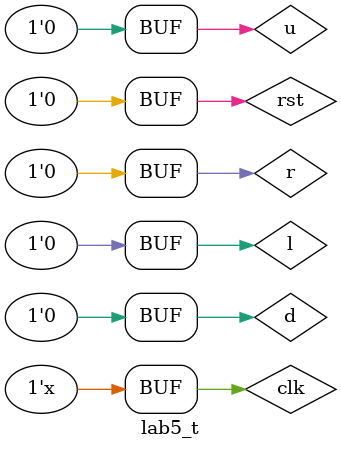
<source format=v>
`timescale 1ns/1ns
	  		  	
`define CYCLE_TIME 20.0

module lab5_t();

    reg clk;
    reg rst;
    reg r;
    reg u;
    reg d;
    reg l;
    wire [15:0] led;
    wire [3:0] DIGIT;
    wire [6:0] DISPLAY;

    always #5 clk = ~clk;

    lab5 main(
        .clk(clk),
        .rst(rst),
        .BTNR(r),
        .BTNU(u),
        .BTND(d),
        .BTNL(l),
        .LED(led),
        .DIGIT(DIGIT),
        .DISPLAY(DISPLAY)
    );

    initial begin
        clk = 0;
        rst = 1;
        r=0;
        u=0;
        d=0;
        l=0;

        #5000
        rst = 0;
        
        #5000
        r = 1;
        #5000
        r = 0;

        #5000
        r = 1;//
        #5000
        r = 0;
        #5000
        r = 1;//
        #5000
        r = 0;
        #5000
        r = 1;//
        #5000
        r = 0;
        #5000
        r = 1;//
        #5000
        r = 0;

        #5000
        r = 1;//
        #5000
        r = 0;
        #5000
        r = 1;//
        #5000
        r = 0;
        #5000
        r = 1;//
        #5000
        r = 0;
        #5000
        r = 1;//
        #5000
        r = 0;
    end

endmodule
</source>
